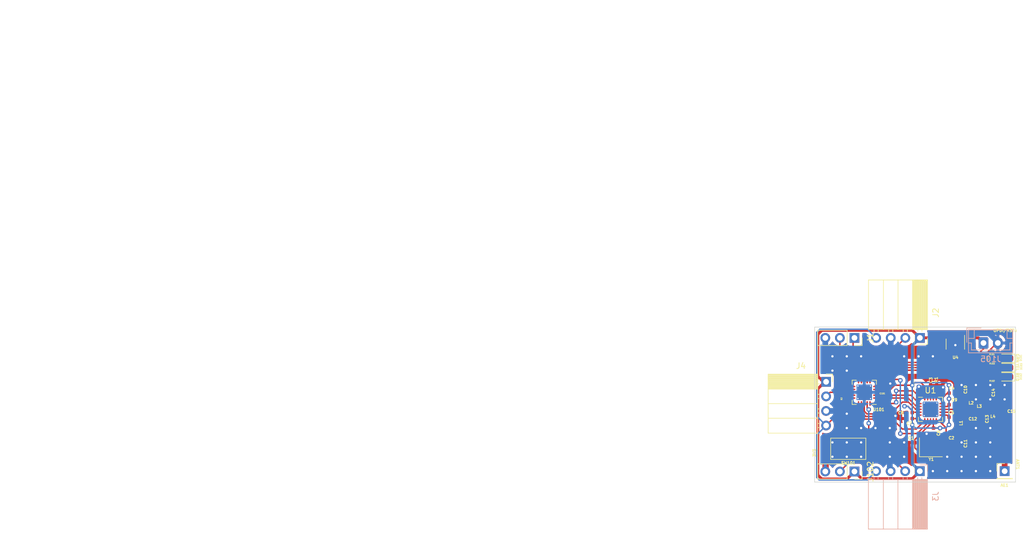
<source format=kicad_pcb>
(kicad_pcb (version 20171130) (host pcbnew 5.1.5+dfsg1-2build2)
  (layers (0 F.Cu signal) (31 B.Cu signal) (34 B.Paste user) (35 F.Paste user) (36 B.SilkS user) (37 F.SilkS user) (38 B.Mask user) (39 F.Mask user) (44 Edge.Cuts user))
  (net 0 "")
  (net 1 "Net-(AE1-Pad1)")
  (net 2 GND)
  (net 3 +3V3)
  (net 4 "Net-(C11-Pad1)")
  (net 5 "Net-(C13-Pad1)")
  (net 6 /Sheet6001F837/Q1)
  (net 7 /Sheet6001F837/Q2)
  (net 8 /Sheet6001F837/RFN)
  (net 9 "Net-(C12-Pad1)")
  (net 10 /Sheet6001F837/RFP)
  (net 11 "Net-(C14-Pad2)")
  (net 12 "Net-(D101-Pad2)")
  (net 13 "Net-(D102-Pad2)")
  (net 14 "Net-(D103-Pad2)")
  (net 15 /Sheet6001F810/RESETn_UPDI)
  (net 16 "Net-(R1-Pad2)")
  (net 17 /Sheet6001F810/RED)
  (net 18 /Sheet6001F810/YELLOW)
  (net 19 /Sheet6001F810/GREEN)
  (net 20 /Sheet6001F810/SCK)
  (net 21 /Sheet6001F810/MISO)
  (net 22 /Sheet6001F810/GDO2)
  (net 23 /Sheet6001F810/GDO0)
  (net 24 /Sheet6001F837/CSn)
  (net 25 /Sheet6001F810/MOSI)
  (net 26 /Sheet5FFE69EF/to_LDR)
  (net 27 /Sheet5FFE69EF/LDR)
  (net 28 /Sheet5FFE69EF/PIR_1)
  (net 29 /Sheet5FFE69EF/PIR_2)
  (net 30 /Sheet6001F810/RXD)
  (net 31 /Sheet6001F810/TXD)
  (net 32 /Sheet5FFE69EF/PIR_3)
  (net 33 /Sheet6001F810/PWR_MONITOR)
  (module Connector_JST:JST_EH_B2B-EH-A_1x02_P2.50mm_Vertical (layer B.Cu) (at 158.81 118.33)
    (fp_text reference J105 (at 1.25 2.8) (layer B.SilkS) (effects (justify mirror)))
    (fp_text value extenal_battery)
    (pad 2 thru_hole oval (at 2.5 0) (size 1.7 2) (drill 1) (layers *.Cu *.Mask) (net 2 GND))
    (pad 1 thru_hole roundrect (at 0 0) (size 1.7 2) (drill 1) (layers *.Cu *.Mask) (roundrect_rratio 0.147059) (net 33 /Sheet6001F810/PWR_MONITOR))
  )
  (module Connector_PinSocket_2.54mm:PinSocket_1x03_P2.54mm_Vertical (layer F.Cu) (at 136.33 140.72 270)
    (fp_text reference J102 (at 0 -2.77 90) (layer F.SilkS))
    (fp_text value Conn_01x03_[UPDI])
    (pad 3 thru_hole oval (at 0 5.08 270) (size 1.7 1.7) (drill 1) (layers *.Cu *.Mask) (net 2 GND))
    (pad 2 thru_hole oval (at 0 2.54 270) (size 1.7 1.7) (drill 1) (layers *.Cu *.Mask) (net 15 /Sheet6001F810/RESETn_UPDI))
    (pad 1 thru_hole rect (at 0 0 270) (size 1.7 1.7) (drill 1) (layers *.Cu *.Mask) (net 3 +3V3))
  )
  (module Connector_PinSocket_2.54mm:PinSocket_1x03_P2.54mm_Vertical (layer F.Cu) (at 136.33 117.44 270)
    (fp_text reference J1 (at 0 -2.77 90) (layer F.SilkS))
    (fp_text value Conn_01x03_[UART])
    (pad 3 thru_hole oval (at 0 5.08 270) (size 1.7 1.7) (drill 1) (layers *.Cu *.Mask) (net 2 GND))
    (pad 2 thru_hole oval (at 0 2.54 270) (size 1.7 1.7) (drill 1) (layers *.Cu *.Mask) (net 31 /Sheet6001F810/TXD))
    (pad 1 thru_hole rect (at 0 0 270) (size 1.7 1.7) (drill 1) (layers *.Cu *.Mask) (net 30 /Sheet6001F810/RXD))
  )
  (module Connector_PinSocket_2.54mm:PinSocket_1x04_P2.54mm_Horizontal (layer F.Cu) (at 131.39 125.09)
    (fp_text reference J4 (at -4.38 -2.77) (layer F.SilkS))
    (fp_text value Conn_01x03_[PIR_3])
    (pad 4 thru_hole oval (at 0 7.62) (size 1.7 1.7) (drill 1) (layers *.Cu *.Mask) (net 27 /Sheet5FFE69EF/LDR))
    (pad 3 thru_hole oval (at 0 5.08) (size 1.7 1.7) (drill 1) (layers *.Cu *.Mask) (net 2 GND))
    (pad 2 thru_hole oval (at 0 2.54) (size 1.7 1.7) (drill 1) (layers *.Cu *.Mask) (net 32 /Sheet5FFE69EF/PIR_3))
    (pad 1 thru_hole rect (at 0 0) (size 1.7 1.7) (drill 1) (layers *.Cu *.Mask) (net 3 +3V3))
  )
  (module Connector_PinSocket_2.54mm:PinSocket_1x04_P2.54mm_Horizontal (layer B.Cu) (at 147.71 140.66 90)
    (fp_text reference J3 (at -4.38 2.77 270) (layer B.SilkS) (effects (justify mirror)))
    (fp_text value Conn_01x03_[PIR_2])
    (pad 4 thru_hole oval (at 0 -7.62 90) (size 1.7 1.7) (drill 1) (layers *.Cu *.Mask) (net 27 /Sheet5FFE69EF/LDR))
    (pad 3 thru_hole oval (at 0 -5.08 90) (size 1.7 1.7) (drill 1) (layers *.Cu *.Mask) (net 2 GND))
    (pad 2 thru_hole oval (at 0 -2.54 90) (size 1.7 1.7) (drill 1) (layers *.Cu *.Mask) (net 29 /Sheet5FFE69EF/PIR_2))
    (pad 1 thru_hole rect (at 0 0 90) (size 1.7 1.7) (drill 1) (layers *.Cu *.Mask) (net 3 +3V3))
  )
  (module Connector_PinSocket_2.54mm:PinSocket_1x04_P2.54mm_Horizontal (layer F.Cu) (at 147.73 117.44 270)
    (fp_text reference J2 (at -4.38 -2.77 90) (layer F.SilkS))
    (fp_text value Conn_01x03_[PIR_1])
    (pad 4 thru_hole oval (at 0 7.62 270) (size 1.7 1.7) (drill 1) (layers *.Cu *.Mask) (net 27 /Sheet5FFE69EF/LDR))
    (pad 3 thru_hole oval (at 0 5.08 270) (size 1.7 1.7) (drill 1) (layers *.Cu *.Mask) (net 2 GND))
    (pad 2 thru_hole oval (at 0 2.54 270) (size 1.7 1.7) (drill 1) (layers *.Cu *.Mask) (net 28 /Sheet5FFE69EF/PIR_1))
    (pad 1 thru_hole rect (at 0 0 270) (size 1.7 1.7) (drill 1) (layers *.Cu *.Mask) (net 3 +3V3))
  )
  (module Resistor_SMD:R_0402_1005Metric (layer F.Cu) (at 134.89 128.03 90)
    (fp_text reference R2 (at -0.02 -0.79 270) (layer F.SilkS) (effects (font (size 0.25 0.25) (thickness 0.0625))))
    (fp_text value 20k)
    (pad 2 smd roundrect (at 0.485 0 90) (size 0.59 0.64) (layers F.Cu F.Paste F.Mask) (net 26 /Sheet5FFE69EF/to_LDR))
    (pad 1 smd roundrect (at -0.485 0 90) (size 0.59 0.64) (layers F.Cu F.Paste F.Mask) (net 27 /Sheet5FFE69EF/LDR))
  )
  (module Resistor_SMD:R_0402_1005Metric (layer F.Cu) (at 160.279 121)
    (fp_text reference R104 (at 0 -0.69 180) (layer F.SilkS) (effects (font (size 0.25 0.25) (thickness 0.0625))))
    (fp_text value 2.2K)
    (pad 2 smd roundrect (at 0.485 0) (size 0.59 0.64) (layers F.Cu F.Paste F.Mask) (net 14 "Net-(D103-Pad2)"))
    (pad 1 smd roundrect (at -0.485 0) (size 0.59 0.64) (layers F.Cu F.Paste F.Mask) (net 19 /Sheet6001F810/GREEN))
  )
  (module Resistor_SMD:R_0402_1005Metric (layer F.Cu) (at 160.274 122.62)
    (fp_text reference R103 (at 0.025 -0.7 180) (layer F.SilkS) (effects (font (size 0.25 0.25) (thickness 0.0625))))
    (fp_text value 2.2K)
    (pad 2 smd roundrect (at 0.485 0) (size 0.59 0.64) (layers F.Cu F.Paste F.Mask) (net 13 "Net-(D102-Pad2)"))
    (pad 1 smd roundrect (at -0.485 0) (size 0.59 0.64) (layers F.Cu F.Paste F.Mask) (net 18 /Sheet6001F810/YELLOW))
  )
  (module Resistor_SMD:R_0402_1005Metric (layer F.Cu) (at 160.294 124.23)
    (fp_text reference R102 (at 0.005 0.71) (layer F.SilkS) (effects (font (size 0.25 0.25) (thickness 0.0625))))
    (fp_text value 2.2K)
    (pad 2 smd roundrect (at 0.485 0) (size 0.59 0.64) (layers F.Cu F.Paste F.Mask) (net 12 "Net-(D101-Pad2)"))
    (pad 1 smd roundrect (at -0.485 0) (size 0.59 0.64) (layers F.Cu F.Paste F.Mask) (net 17 /Sheet6001F810/RED))
  )
  (module Capacitor_SMD:C_0402_1005Metric (layer F.Cu) (at 158.31 120.99)
    (fp_text reference C17 (at 1.19 0 90) (layer F.SilkS) (effects (font (size 0.25 0.25) (thickness 0.0625))))
    (fp_text value "0.1uF, 10V")
    (pad 2 smd roundrect (at 0.485 0) (size 0.59 0.64) (layers F.Cu F.Paste F.Mask) (net 2 GND))
    (pad 1 smd roundrect (at -0.485 0) (size 0.59 0.64) (layers F.Cu F.Paste F.Mask) (net 33 /Sheet6001F810/PWR_MONITOR))
  )
  (module LED_SMD:LED_0603_1608Metric (layer F.Cu) (at 162.769 122.62 180)
    (fp_text reference D102 (at -2.56 -1.55 90) (layer F.SilkS) (effects (font (size 0.3 0.3) (thickness 0.075))))
    (fp_text value YELLOW)
    (pad 1 smd roundrect (at -0.7875 0 180) (size 0.875 0.95) (layers F.Cu F.Paste F.Mask) (net 2 GND))
    (pad 2 smd roundrect (at 0.7875 0 180) (size 0.875 0.95) (layers F.Cu F.Paste F.Mask) (net 13 "Net-(D102-Pad2)"))
  )
  (module LED_SMD:LED_0603_1608Metric (layer F.Cu) (at 162.769 124.23 180)
    (fp_text reference D101 (at -2.55 3.31 90) (layer F.SilkS) (effects (font (size 0.3 0.3) (thickness 0.075))))
    (fp_text value RED)
    (pad 2 smd roundrect (at 0.7875 0 180) (size 0.875 0.95) (layers F.Cu F.Paste F.Mask) (net 12 "Net-(D101-Pad2)"))
    (pad 1 smd roundrect (at -0.7875 0 180) (size 0.875 0.95) (layers F.Cu F.Paste F.Mask) (net 2 GND))
  )
  (module LED_SMD:LED_0603_1608Metric (layer F.Cu) (at 162.769 121 180)
    (fp_text reference D103 (at -2.62 -1.42 90) (layer F.SilkS) (effects (font (size 0.3 0.3) (thickness 0.075))))
    (fp_text value GREEN)
    (pad 2 smd roundrect (at 0.7875 0 180) (size 0.875 0.95) (layers F.Cu F.Paste F.Mask) (net 14 "Net-(D103-Pad2)"))
    (pad 1 smd roundrect (at -0.7875 0 180) (size 0.875 0.95) (layers F.Cu F.Paste F.Mask) (net 2 GND))
  )
  (module Package_TO_SOT_SMD:SOT-23-5 (layer F.Cu) (at 153.91 118.53 270)
    (fp_text reference U4 (at 2.31 -0.021 180) (layer F.SilkS) (effects (font (size 0.5 0.5) (thickness 0.125))))
    (fp_text value AP7351D-30WS-7)
    (pad 5 smd rect (at 1.1 -0.95 270) (size 1.06 0.65) (layers F.Cu F.Paste F.Mask))
    (pad 4 smd rect (at 1.1 0.95 270) (size 1.06 0.65) (layers F.Cu F.Paste F.Mask))
    (pad 3 smd rect (at -1.1 0.95 270) (size 1.06 0.65) (layers F.Cu F.Paste F.Mask) (net 3 +3V3))
    (pad 2 smd rect (at -1.1 0 270) (size 1.06 0.65) (layers F.Cu F.Paste F.Mask) (net 2 GND))
    (pad 1 smd rect (at -1.1 -0.95 270) (size 1.06 0.65) (layers F.Cu F.Paste F.Mask) (net 33 /Sheet6001F810/PWR_MONITOR))
  )
  (module Package_DFN_QFN:QFN-20-1EP_4x4mm_P0.5mm_EP2.7x2.7mm_ThermalVias (layer F.Cu) (at 149.58 129.89)
    (fp_text reference U1 (at 0 -3.3) (layer F.SilkS))
    (fp_text value CC110L)
    (pad 20 smd roundrect (at -1 -1.95) (size 0.25 0.8) (layers F.Cu F.Paste F.Mask) (net 25 /Sheet6001F810/MOSI))
    (pad 19 smd roundrect (at -0.5 -1.95) (size 0.25 0.8) (layers F.Cu F.Paste F.Mask) (net 2 GND))
    (pad 18 smd roundrect (at 0 -1.95) (size 0.25 0.8) (layers F.Cu F.Paste F.Mask) (net 3 +3V3))
    (pad 17 smd roundrect (at 0.5 -1.95) (size 0.25 0.8) (layers F.Cu F.Paste F.Mask) (net 16 "Net-(R1-Pad2)"))
    (pad 16 smd roundrect (at 1 -1.95) (size 0.25 0.8) (layers F.Cu F.Paste F.Mask) (net 2 GND))
    (pad 15 smd roundrect (at 1.95 -1) (size 0.8 0.25) (layers F.Cu F.Paste F.Mask) (net 3 +3V3))
    (pad 14 smd roundrect (at 1.95 -0.5) (size 0.8 0.25) (layers F.Cu F.Paste F.Mask) (net 3 +3V3))
    (pad 13 smd roundrect (at 1.95 0) (size 0.8 0.25) (layers F.Cu F.Paste F.Mask) (net 8 /Sheet6001F837/RFN))
    (pad 12 smd roundrect (at 1.95 0.5) (size 0.8 0.25) (layers F.Cu F.Paste F.Mask) (net 10 /Sheet6001F837/RFP))
    (pad 11 smd roundrect (at 1.95 1) (size 0.8 0.25) (layers F.Cu F.Paste F.Mask) (net 3 +3V3))
    (pad 10 smd roundrect (at 1 1.95) (size 0.25 0.8) (layers F.Cu F.Paste F.Mask) (net 7 /Sheet6001F837/Q2))
    (pad 9 smd roundrect (at 0.5 1.95) (size 0.25 0.8) (layers F.Cu F.Paste F.Mask) (net 3 +3V3))
    (pad 8 smd roundrect (at 0 1.95) (size 0.25 0.8) (layers F.Cu F.Paste F.Mask) (net 6 /Sheet6001F837/Q1))
    (pad 7 smd roundrect (at -0.5 1.95) (size 0.25 0.8) (layers F.Cu F.Paste F.Mask) (net 24 /Sheet6001F837/CSn))
    (pad 6 smd roundrect (at -1 1.95) (size 0.25 0.8) (layers F.Cu F.Paste F.Mask) (net 23 /Sheet6001F810/GDO0))
    (pad 5 smd roundrect (at -1.95 1) (size 0.8 0.25) (layers F.Cu F.Paste F.Mask) (net 3 +3V3))
    (pad 4 smd roundrect (at -1.95 0.5) (size 0.8 0.25) (layers F.Cu F.Paste F.Mask) (net 3 +3V3))
    (pad 3 smd roundrect (at -1.95 0) (size 0.8 0.25) (layers F.Cu F.Paste F.Mask) (net 22 /Sheet6001F810/GDO2))
    (pad 2 smd roundrect (at -1.95 -0.5) (size 0.8 0.25) (layers F.Cu F.Paste F.Mask) (net 21 /Sheet6001F810/MISO))
    (pad 1 smd roundrect (at -1.95 -1) (size 0.8 0.25) (layers F.Cu F.Paste F.Mask) (net 20 /Sheet6001F810/SCK))
    (pad 21 smd roundrect (at 0 0) (size 2.7 2.7) (layers B.Cu) (roundrect_rratio 0.09259299999999999))
    (pad 21 thru_hole circle (at 1.1 1.1) (size 0.5 0.5) (drill 0.2) (layers *.Cu))
    (pad 21 thru_hole circle (at -1.1 1.1) (size 0.5 0.5) (drill 0.2) (layers *.Cu))
    (pad 21 thru_hole circle (at 1.1 -1.1) (size 0.5 0.5) (drill 0.2) (layers *.Cu))
    (pad 21 thru_hole circle (at -1.1 -1.1) (size 0.5 0.5) (drill 0.2) (layers *.Cu))
    (pad 21 smd roundrect (at 0 0) (size 2.7 2.7) (layers F.Cu F.Mask) (roundrect_rratio 0.09259299999999999))
  )
  (module Button_Switch_SMD:SW_SPST_CK_RS282G05A3 (layer F.Cu) (at 135.25 136.76 180)
    (fp_text reference SW101 (at -0.011 -2.48) (layer F.SilkS) (effects (font (size 0.5 0.5) (thickness 0.125))))
    (fp_text value SW_Push)
    (pad 2 smd rect (at 3.9 0 180) (size 1.5 1.5) (layers F.Cu F.Paste F.Mask) (net 2 GND))
    (pad 1 smd rect (at -3.9 0 180) (size 1.5 1.5) (layers F.Cu F.Paste F.Mask) (net 15 /Sheet6001F810/RESETn_UPDI))
  )
  (module Capacitor_SMD:C_0402_1005Metric (layer F.Cu) (at 141.2 125.94 90)
    (fp_text reference C101 (at -1.19 0) (layer F.SilkS) (effects (font (size 0.25 0.25) (thickness 0.0625))))
    (fp_text value "0.1uF, 10V")
    (pad 2 smd roundrect (at 0.485 0 90) (size 0.59 0.64) (layers F.Cu F.Paste F.Mask) (net 2 GND))
    (pad 1 smd roundrect (at -0.485 0 90) (size 0.59 0.64) (layers F.Cu F.Paste F.Mask) (net 3 +3V3))
  )
  (module Connector_PinHeader_2.54mm:PinHeader_1x01_P2.54mm_Vertical (layer F.Cu) (at 162.5 140.66)
    (fp_text reference AE1 (at -0.031 2.45) (layer F.SilkS) (effects (font (size 0.5 0.5) (thickness 0.125))))
    (fp_text value Antenna)
    (pad 1 thru_hole rect (at 0 0) (size 1.7 1.7) (drill 1) (layers *.Cu *.Mask) (net 1 "Net-(AE1-Pad1)"))
  )
  (module Capacitor_SMD:C_0402_1005Metric (layer F.Cu) (at 146.365 135.7 180)
    (fp_text reference C1 (at 0.19 0.8) (layer F.SilkS) (effects (font (size 0.5 0.5) (thickness 0.125))))
    (fp_text value 12pF)
    (pad 2 smd roundrect (at 0.485 0 180) (size 0.59 0.64) (layers F.Cu F.Paste F.Mask) (net 2 GND))
    (pad 1 smd roundrect (at -0.485 0 180) (size 0.59 0.64) (layers F.Cu F.Paste F.Mask) (net 6 /Sheet6001F837/Q1))
  )
  (module Capacitor_SMD:C_0402_1005Metric (layer F.Cu) (at 152.785 135.7)
    (fp_text reference C2 (at 0.44 -0.825) (layer F.SilkS) (effects (font (size 0.5 0.5) (thickness 0.125))))
    (fp_text value 15pF)
    (pad 1 smd roundrect (at -0.485 0) (size 0.59 0.64) (layers F.Cu F.Paste F.Mask) (net 7 /Sheet6001F837/Q2))
    (pad 2 smd roundrect (at 0.485 0) (size 0.59 0.64) (layers F.Cu F.Paste F.Mask) (net 2 GND))
  )
  (module Capacitor_SMD:C_0402_1005Metric (layer F.Cu) (at 149.6 126.215 90)
    (fp_text reference C3 (at 1.415 0.05 90) (layer F.SilkS) (effects (font (size 0.5 0.5) (thickness 0.125))))
    (fp_text value 0.1uF)
    (pad 2 smd roundrect (at 0.485 0 90) (size 0.59 0.64) (layers F.Cu F.Paste F.Mask) (net 2 GND))
    (pad 1 smd roundrect (at -0.485 0 90) (size 0.59 0.64) (layers F.Cu F.Paste F.Mask) (net 3 +3V3))
  )
  (module Capacitor_SMD:C_0402_1005Metric (layer F.Cu) (at 153.3 127.05)
    (fp_text reference C4 (at -0.025 -0.85) (layer F.SilkS) (effects (font (size 0.5 0.5) (thickness 0.125))))
    (fp_text value 0.1uF)
    (pad 2 smd roundrect (at 0.485 0) (size 0.59 0.64) (layers F.Cu F.Paste F.Mask) (net 2 GND))
    (pad 1 smd roundrect (at -0.485 0) (size 0.59 0.64) (layers F.Cu F.Paste F.Mask) (net 3 +3V3))
  )
  (module Capacitor_SMD:C_0402_1005Metric (layer F.Cu) (at 153.3 131.25)
    (fp_text reference C5 (at -0.1 -0.775) (layer F.SilkS) (effects (font (size 0.5 0.5) (thickness 0.125))))
    (fp_text value 0.1uF)
    (pad 1 smd roundrect (at -0.485 0) (size 0.59 0.64) (layers F.Cu F.Paste F.Mask) (net 3 +3V3))
    (pad 2 smd roundrect (at 0.485 0) (size 0.59 0.64) (layers F.Cu F.Paste F.Mask) (net 2 GND))
  )
  (module Capacitor_SMD:C_0402_1005Metric (layer F.Cu) (at 150.1 133.635 270)
    (fp_text reference C6 (at 0.39 -0.875 90) (layer F.SilkS) (effects (font (size 0.5 0.5) (thickness 0.125))))
    (fp_text value 0.1uF)
    (pad 1 smd roundrect (at -0.485 0 270) (size 0.59 0.64) (layers F.Cu F.Paste F.Mask) (net 3 +3V3))
    (pad 2 smd roundrect (at 0.485 0 270) (size 0.59 0.64) (layers F.Cu F.Paste F.Mask) (net 2 GND))
  )
  (module Capacitor_SMD:C_0402_1005Metric (layer F.Cu) (at 145.92 131.5 180)
    (fp_text reference C7 (at 0.05 -0.85) (layer F.SilkS) (effects (font (size 0.5 0.5) (thickness 0.125))))
    (fp_text value 0.1uF)
    (pad 2 smd roundrect (at 0.485 0 180) (size 0.59 0.64) (layers F.Cu F.Paste F.Mask) (net 2 GND))
    (pad 1 smd roundrect (at -0.485 0 180) (size 0.59 0.64) (layers F.Cu F.Paste F.Mask) (net 3 +3V3))
  )
  (module Capacitor_SMD:C_0402_1005Metric (layer F.Cu) (at 145.915 130.45 180)
    (fp_text reference C8 (at 1.49 -0.075) (layer F.SilkS) (effects (font (size 0.5 0.5) (thickness 0.125))))
    (fp_text value 0.1uF)
    (pad 2 smd roundrect (at 0.485 0 180) (size 0.59 0.64) (layers F.Cu F.Paste F.Mask) (net 2 GND))
    (pad 1 smd roundrect (at -0.485 0 180) (size 0.59 0.64) (layers F.Cu F.Paste F.Mask) (net 3 +3V3))
  )
  (module Capacitor_SMD:C_0402_1005Metric (layer F.Cu) (at 153.3 129.1)
    (fp_text reference C9 (at 0.45 -0.85) (layer F.SilkS) (effects (font (size 0.5 0.5) (thickness 0.125))))
    (fp_text value 0.1uF)
    (pad 2 smd roundrect (at 0.485 0) (size 0.59 0.64) (layers F.Cu F.Paste F.Mask) (net 2 GND))
    (pad 1 smd roundrect (at -0.485 0) (size 0.59 0.64) (layers F.Cu F.Paste F.Mask) (net 3 +3V3))
  )
  (module Capacitor_SMD:C_0402_1005Metric (layer F.Cu) (at 155.7 128.175 270)
    (fp_text reference C10 (at -1.725 0.025 90) (layer F.SilkS) (effects (font (size 0.5 0.5) (thickness 0.125))))
    (fp_text value 3.9pF)
    (pad 1 smd roundrect (at -0.485 0 270) (size 0.59 0.64) (layers F.Cu F.Paste F.Mask) (net 2 GND))
    (pad 2 smd roundrect (at 0.485 0 270) (size 0.59 0.64) (layers F.Cu F.Paste F.Mask) (net 8 /Sheet6001F837/RFN))
  )
  (module Capacitor_SMD:C_0402_1005Metric (layer F.Cu) (at 155.7 134.15 270)
    (fp_text reference C11 (at 1.7 0.025 90) (layer F.SilkS) (effects (font (size 0.5 0.5) (thickness 0.125))))
    (fp_text value 220pF)
    (pad 2 smd roundrect (at 0.485 0 270) (size 0.59 0.64) (layers F.Cu F.Paste F.Mask) (net 2 GND))
    (pad 1 smd roundrect (at -0.485 0 270) (size 0.59 0.64) (layers F.Cu F.Paste F.Mask) (net 4 "Net-(C11-Pad1)"))
  )
  (module Capacitor_SMD:C_0402_1005Metric (layer F.Cu) (at 156.16 130.66 180)
    (fp_text reference C12 (at -0.79 -0.89 180) (layer F.SilkS) (effects (font (size 0.5 0.5) (thickness 0.125))))
    (fp_text value 3.9pF)
    (pad 1 smd roundrect (at -0.485 0 180) (size 0.59 0.64) (layers F.Cu F.Paste F.Mask) (net 9 "Net-(C12-Pad1)"))
    (pad 2 smd roundrect (at 0.485 0 180) (size 0.59 0.64) (layers F.Cu F.Paste F.Mask) (net 10 /Sheet6001F837/RFP))
  )
  (module Capacitor_SMD:C_0402_1005Metric (layer F.Cu) (at 158.56 131.68 270)
    (fp_text reference C13 (at -0.105 -0.865 90) (layer F.SilkS) (effects (font (size 0.5 0.5) (thickness 0.125))))
    (fp_text value 8.2pF)
    (pad 1 smd roundrect (at -0.485 0 270) (size 0.59 0.64) (layers F.Cu F.Paste F.Mask) (net 5 "Net-(C13-Pad1)"))
    (pad 2 smd roundrect (at 0.485 0 270) (size 0.59 0.64) (layers F.Cu F.Paste F.Mask) (net 2 GND))
  )
  (module Capacitor_SMD:C_0402_1005Metric (layer F.Cu) (at 160.52 128.74 270)
    (fp_text reference C14 (at -1.765 -0.005 90) (layer F.SilkS) (effects (font (size 0.5 0.5) (thickness 0.125))))
    (fp_text value 5.6pF)
    (pad 2 smd roundrect (at 0.485 0 270) (size 0.59 0.64) (layers F.Cu F.Paste F.Mask) (net 11 "Net-(C14-Pad2)"))
    (pad 1 smd roundrect (at -0.485 0 270) (size 0.59 0.64) (layers F.Cu F.Paste F.Mask) (net 2 GND))
  )
  (module Capacitor_SMD:C_0402_1005Metric (layer F.Cu) (at 162.02 130.2)
    (fp_text reference C15 (at 1.68 0.025) (layer F.SilkS) (effects (font (size 0.5 0.5) (thickness 0.125))))
    (fp_text value 220pF)
    (pad 2 smd roundrect (at 0.485 0) (size 0.59 0.64) (layers F.Cu F.Paste F.Mask) (net 1 "Net-(AE1-Pad1)"))
    (pad 1 smd roundrect (at -0.485 0) (size 0.59 0.64) (layers F.Cu F.Paste F.Mask) (net 11 "Net-(C14-Pad2)"))
  )
  (module Inductor_SMD:L_0402_1005Metric (layer F.Cu) (at 155.7 132.2 90)
    (fp_text reference L1 (at -0.075 -0.8 90) (layer F.SilkS) (effects (font (size 0.5 0.5) (thickness 0.125))))
    (fp_text value 27nH)
    (pad 1 smd roundrect (at -0.485 0 90) (size 0.59 0.64) (layers F.Cu F.Paste F.Mask) (net 4 "Net-(C11-Pad1)"))
    (pad 2 smd roundrect (at 0.485 0 90) (size 0.59 0.64) (layers F.Cu F.Paste F.Mask) (net 10 /Sheet6001F837/RFP))
  )
  (module Inductor_SMD:L_0402_1005Metric (layer F.Cu) (at 156.16 129.65)
    (fp_text reference L2 (at 0.49 -0.875 180) (layer F.SilkS) (effects (font (size 0.5 0.5) (thickness 0.125))))
    (fp_text value 27nH)
    (pad 2 smd roundrect (at 0.485 0) (size 0.59 0.64) (layers F.Cu F.Paste F.Mask) (net 9 "Net-(C12-Pad1)"))
    (pad 1 smd roundrect (at -0.485 0) (size 0.59 0.64) (layers F.Cu F.Paste F.Mask) (net 8 /Sheet6001F837/RFN))
  )
  (module Inductor_SMD:L_0402_1005Metric (layer F.Cu) (at 158.09 130.2 180)
    (fp_text reference L3 (at 0.015 0.85) (layer F.SilkS) (effects (font (size 0.5 0.5) (thickness 0.125))))
    (fp_text value 22nH)
    (pad 1 smd roundrect (at -0.485 0 180) (size 0.59 0.64) (layers F.Cu F.Paste F.Mask) (net 5 "Net-(C13-Pad1)"))
    (pad 2 smd roundrect (at 0.485 0 180) (size 0.59 0.64) (layers F.Cu F.Paste F.Mask) (net 9 "Net-(C12-Pad1)"))
  )
  (module Inductor_SMD:L_0402_1005Metric (layer F.Cu) (at 160.05 130.2 180)
    (fp_text reference L4 (at -0.4 -0.925) (layer F.SilkS) (effects (font (size 0.5 0.5) (thickness 0.125))))
    (fp_text value 27nH)
    (pad 2 smd roundrect (at 0.485 0 180) (size 0.59 0.64) (layers F.Cu F.Paste F.Mask) (net 5 "Net-(C13-Pad1)"))
    (pad 1 smd roundrect (at -0.485 0 180) (size 0.59 0.64) (layers F.Cu F.Paste F.Mask) (net 11 "Net-(C14-Pad2)"))
  )
  (module Crystal:Crystal_SMD_3225-4Pin_3.2x2.5mm (layer F.Cu) (at 149.65 136.5)
    (fp_text reference Y1 (at 0.05 2.1) (layer F.SilkS) (effects (font (size 0.5 0.5) (thickness 0.125))))
    (fp_text value "26MHz Crystal, 10pF")
    (pad 1 smd rect (at -1.1 0.85) (size 1.4 1.2) (layers F.Cu F.Paste F.Mask) (net 6 /Sheet6001F837/Q1))
    (pad 2 smd rect (at 1.1 0.85) (size 1.4 1.2) (layers F.Cu F.Paste F.Mask) (net 2 GND))
    (pad 3 smd rect (at 1.1 -0.85) (size 1.4 1.2) (layers F.Cu F.Paste F.Mask) (net 7 /Sheet6001F837/Q2))
    (pad 4 smd rect (at -1.1 -0.85) (size 1.4 1.2) (layers F.Cu F.Paste F.Mask) (net 2 GND))
  )
  (module Resistor_SMD:R_0402_1005Metric (layer F.Cu) (at 150.65 126.2 270)
    (fp_text reference R1 (at -1.475 0.075 90) (layer F.SilkS) (effects (font (size 0.5 0.5) (thickness 0.125))))
    (fp_text value 56K)
    (pad 1 smd roundrect (at -0.485 0 270) (size 0.59 0.64) (layers F.Cu F.Paste F.Mask) (net 2 GND))
    (pad 2 smd roundrect (at 0.485 0 270) (size 0.59 0.64) (layers F.Cu F.Paste F.Mask) (net 16 "Net-(R1-Pad2)"))
  )
  (module Package_DFN_QFN:QFN-20-1EP_4x4mm_P0.5mm_EP2.7x2.7mm_ThermalVias (layer F.Cu) (at 138.04 126.92 180)
    (fp_text reference U101 (at -2.51 -3.005) (layer F.SilkS) (effects (font (size 0.5 0.5) (thickness 0.125))))
    (fp_text value ATtiny1606-M)
    (pad 21 smd rect (at 0 0 180) (size 2.7 2.7) (layers B.Cu) (net 2 GND))
    (pad 21 thru_hole circle (at 1.1 1.1 180) (size 0.5 0.5) (drill 0.2) (layers *.Cu) (net 2 GND))
    (pad 21 thru_hole circle (at -1.1 1.1 180) (size 0.5 0.5) (drill 0.2) (layers *.Cu) (net 2 GND))
    (pad 21 thru_hole circle (at 1.1 -1.1 180) (size 0.5 0.5) (drill 0.2) (layers *.Cu) (net 2 GND))
    (pad 21 thru_hole circle (at -1.1 -1.1 180) (size 0.5 0.5) (drill 0.2) (layers *.Cu) (net 2 GND))
    (pad 21 smd rect (at 0 0 180) (size 2.7 2.7) (layers F.Cu F.Mask) (net 2 GND))
    (pad 20 smd roundrect (at -1 -1.95 180) (size 0.25 0.8) (layers F.Cu F.Paste F.Mask) (net 25 /Sheet6001F810/MOSI))
    (pad 19 smd roundrect (at -0.5 -1.95 180) (size 0.25 0.8) (layers F.Cu F.Paste F.Mask) (net 15 /Sheet6001F810/RESETn_UPDI))
    (pad 18 smd roundrect (at 0 -1.95 180) (size 0.25 0.8) (layers F.Cu F.Paste F.Mask) (net 22 /Sheet6001F810/GDO2))
    (pad 17 smd roundrect (at 0.5 -1.95 180) (size 0.25 0.8) (layers F.Cu F.Paste F.Mask) (net 23 /Sheet6001F810/GDO0))
    (pad 16 smd roundrect (at 1 -1.95 180) (size 0.25 0.8) (layers F.Cu F.Paste F.Mask) (net 29 /Sheet5FFE69EF/PIR_2))
    (pad 15 smd roundrect (at 1.95 -1 180) (size 0.8 0.25) (layers F.Cu F.Paste F.Mask) (net 27 /Sheet5FFE69EF/LDR))
    (pad 14 smd roundrect (at 1.95 -0.5 180) (size 0.8 0.25) (layers F.Cu F.Paste F.Mask) (net 26 /Sheet5FFE69EF/to_LDR))
    (pad 13 smd roundrect (at 1.95 0 180) (size 0.8 0.25) (layers F.Cu F.Paste F.Mask) (net 32 /Sheet5FFE69EF/PIR_3))
    (pad 12 smd roundrect (at 1.95 0.5 180) (size 0.8 0.25) (layers F.Cu F.Paste F.Mask) (net 31 /Sheet6001F810/TXD))
    (pad 11 smd roundrect (at 1.95 1 180) (size 0.8 0.25) (layers F.Cu F.Paste F.Mask) (net 30 /Sheet6001F810/RXD))
    (pad 10 smd roundrect (at 1 1.95 180) (size 0.25 0.8) (layers F.Cu F.Paste F.Mask) (net 28 /Sheet5FFE69EF/PIR_1))
    (pad 9 smd roundrect (at 0.5 1.95 180) (size 0.25 0.8) (layers F.Cu F.Paste F.Mask) (net 33 /Sheet6001F810/PWR_MONITOR))
    (pad 8 smd roundrect (at 0 1.95 180) (size 0.25 0.8) (layers F.Cu F.Paste F.Mask) (net 19 /Sheet6001F810/GREEN))
    (pad 7 smd roundrect (at -0.5 1.95 180) (size 0.25 0.8) (layers F.Cu F.Paste F.Mask) (net 18 /Sheet6001F810/YELLOW))
    (pad 6 smd roundrect (at -1 1.95 180) (size 0.25 0.8) (layers F.Cu F.Paste F.Mask) (net 17 /Sheet6001F810/RED))
    (pad 5 smd roundrect (at -1.95 1 180) (size 0.8 0.25) (layers F.Cu F.Paste F.Mask) (net 24 /Sheet6001F837/CSn))
    (pad 4 smd roundrect (at -1.95 0.5 180) (size 0.8 0.25) (layers F.Cu F.Paste F.Mask) (net 3 +3V3))
    (pad 3 smd roundrect (at -1.95 0 180) (size 0.8 0.25) (layers F.Cu F.Paste F.Mask) (net 2 GND))
    (pad 2 smd roundrect (at -1.95 -0.5 180) (size 0.8 0.25) (layers F.Cu F.Paste F.Mask) (net 20 /Sheet6001F810/SCK))
    (pad 1 smd roundrect (at -1.95 -1 180) (size 0.8 0.25) (layers F.Cu F.Paste F.Mask) (net 21 /Sheet6001F810/MISO))
  )
  (gr_line (start 129.92 142.05) (end 129.92 116.11) (layer F.SilkS) (width 0.12))
  (gr_line (start 164.389 115.56) (end 164.389 142.56) (layer Edge.Cuts) (width 0.1))
  (gr_line (start 129.389 115.56) (end 164.389 115.56) (layer Edge.Cuts) (width 0.1))
  (gr_line (start 129.389 142.56) (end 129.389 115.56) (layer Edge.Cuts) (width 0.1))
  (gr_line (start 164.389 142.56) (end 129.389 142.56) (layer Edge.Cuts) (width 0.1))
  (gr_line (start 146.729 116.59) (end 146.729 141.02) (layer F.SilkS) (width 0.05))
  (gr_text GRN (at 164.719 120.98 270) (layer F.SilkS) (effects (font (size 0.5 0.5) (thickness 0.125))))
  (gr_text YEL (at 164.719 122.54 270) (layer F.SilkS) (effects (font (size 0.5 0.5) (thickness 0.125))))
  (gr_text RED (at 164.699 124.25 270) (layer F.SilkS) (effects (font (size 0.5 0.5) (thickness 0.125))))
  (gr_text ANT1 (at 164.759 139.48 270) (layer F.SilkS) (effects (font (size 0.5 0.5) (thickness 0.125))))
  (gr_text 3V3 (at 129.35 137.47 90) (layer F.SilkS) (effects (font (size 0.5 0.5) (thickness 0.125))))
  (gr_text UPDI/RSTn (at 162.589 116.15) (layer F.SilkS) (effects (font (size 0.5 0.5) (thickness 0.125))))
  (segment (start 162.5 140.66) (end 162.5 131.23) (width 1) (layer F.Cu) (net 1))
  (segment (start 162.505 131.225) (end 162.505 130.2) (width 0.5) (layer F.Cu) (net 1))
  (segment (start 162.5 131.23) (end 162.505 131.225) (width 0.5) (layer F.Cu) (net 1))
  (via (at 148.9 134.15) (size 0.8) (drill 0.4) (layers F.Cu B.Cu) (net 2))
  (segment (start 150.575001 127.945001) (end 150.575001 127.924999) (width 0.25) (layer F.Cu) (net 2))
  (segment (start 139.99 126.92) (end 138.04 126.92) (width 0.25) (layer F.Cu) (net 2))
  (segment (start 138.04 126.92) (end 136.94 128.02) (width 0.25) (layer F.Cu) (net 2))
  (via (at 142.57 125.4) (size 0.8) (drill 0.4) (layers F.Cu B.Cu) (net 2))
  (segment (start 141.2 125.455) (end 142.515 125.455) (width 0.25) (layer F.Cu) (net 2))
  (segment (start 142.515 125.455) (end 142.57 125.4) (width 0.25) (layer F.Cu) (net 2))
  (via (at 143.46 131.02) (size 0.8) (drill 0.4) (layers F.Cu B.Cu) (net 2))
  (via (at 147.55 125.95) (size 0.8) (drill 0.4) (layers F.Cu B.Cu) (net 2))
  (segment (start 147.861768 125.95) (end 147.55 125.95) (width 0.25) (layer F.Cu) (net 2))
  (segment (start 149.08 127.168232) (end 147.861768 125.95) (width 0.25) (layer F.Cu) (net 2))
  (segment (start 149.08 127.94) (end 149.08 127.168232) (width 0.25) (layer F.Cu) (net 2))
  (via (at 151.77 126.06) (size 0.8) (drill 0.4) (layers F.Cu B.Cu) (net 2))
  (segment (start 151.77 126.75) (end 151.77 126.06) (width 0.25) (layer F.Cu) (net 2))
  (segment (start 150.58 127.94) (end 151.77 126.75) (width 0.25) (layer F.Cu) (net 2))
  (segment (start 151.66 125.95) (end 151.77 126.06) (width 0.5) (layer B.Cu) (net 2))
  (segment (start 147.55 125.95) (end 151.66 125.95) (width 0.5) (layer B.Cu) (net 2))
  (segment (start 148.55 134.5) (end 148.9 134.15) (width 0.5) (layer F.Cu) (net 2))
  (segment (start 148.55 135.65) (end 148.55 134.5) (width 0.5) (layer F.Cu) (net 2))
  (via (at 159.99 140.65) (size 0.8) (drill 0.4) (layers F.Cu B.Cu) (net 2))
  (via (at 153.91 118.7) (size 0.8) (drill 0.4) (layers F.Cu B.Cu) (net 2))
  (segment (start 153.785 126.73) (end 153.785 127.05) (width 0.5) (layer F.Cu) (net 2))
  (segment (start 153.785 125.416846) (end 153.785 126.73) (width 0.5) (layer F.Cu) (net 2))
  (segment (start 153.20795 124.839796) (end 153.785 125.416846) (width 0.5) (layer F.Cu) (net 2))
  (segment (start 152.391948 124.839796) (end 153.20795 124.839796) (width 0.5) (layer F.Cu) (net 2))
  (segment (start 151.77 125.461744) (end 152.391948 124.839796) (width 0.5) (layer F.Cu) (net 2))
  (segment (start 151.77 126.06) (end 151.77 125.461744) (width 0.5) (layer F.Cu) (net 2))
  (segment (start 153.91 117.43) (end 153.91 116.4) (width 0.5) (layer F.Cu) (net 2))
  (segment (start 153.91 118.7) (end 153.91 117.43) (width 0.5) (layer F.Cu) (net 2))
  (segment (start 161.135 118.33) (end 161.31 118.33) (width 0.25) (layer F.Cu) (net 2))
  (segment (start 158.795 120.67) (end 161.135 118.33) (width 0.25) (layer F.Cu) (net 2))
  (segment (start 158.795 120.99) (end 158.795 120.67) (width 0.25) (layer F.Cu) (net 2))
  (segment (start 142.65 117.44) (end 142.65 118.642081) (width 1) (layer B.Cu) (net 2))
  (segment (start 144.03 130.45) (end 143.46 131.02) (width 0.5) (layer F.Cu) (net 2))
  (segment (start 145.43 130.45) (end 144.03 130.45) (width 0.5) (layer F.Cu) (net 2))
  (segment (start 143.94 131.5) (end 143.46 131.02) (width 0.5) (layer F.Cu) (net 2))
  (segment (start 145.435 131.5) (end 143.94 131.5) (width 0.5) (layer F.Cu) (net 2))
  (via (at 157.49 140.65) (size 0.8) (drill 0.4) (layers F.Cu B.Cu) (net 2))
  (via (at 154.99 140.65) (size 0.8) (drill 0.4) (layers F.Cu B.Cu) (net 2))
  (via (at 152.49 140.65) (size 0.8) (drill 0.4) (layers F.Cu B.Cu) (net 2))
  (via (at 149.99 140.65) (size 0.8) (drill 0.4) (layers F.Cu B.Cu) (net 2))
  (via (at 152.49 138.15) (size 0.8) (drill 0.4) (layers F.Cu B.Cu) (net 2))
  (via (at 154.99 138.15) (size 0.8) (drill 0.4) (layers F.Cu B.Cu) (net 2))
  (via (at 157.49 138.15) (size 0.8) (drill 0.4) (layers F.Cu B.Cu) (net 2))
  (via (at 159.99 138.15) (size 0.8) (drill 0.4) (layers F.Cu B.Cu) (net 2))
  (via (at 159.99 135.65) (size 0.8) (drill 0.4) (layers F.Cu B.Cu) (net 2))
  (via (at 157.49 135.65) (size 0.8) (drill 0.4) (layers F.Cu B.Cu) (net 2))
  (via (at 154.99 135.65) (size 0.8) (drill 0.4) (layers F.Cu B.Cu) (net 2))
  (via (at 157.49 133.15) (size 0.8) (drill 0.4) (layers F.Cu B.Cu) (net 2))
  (via (at 159.99 133.15) (size 0.8) (drill 0.4) (layers F.Cu B.Cu) (net 2))
  (via (at 162.49 128.15) (size 0.8) (drill 0.4) (layers F.Cu B.Cu) (net 2))
  (via (at 162.49 125.65) (size 0.8) (drill 0.4) (layers F.Cu B.Cu) (net 2))
  (via (at 159.99 125.65) (size 0.8) (drill 0.4) (layers F.Cu B.Cu) (net 2))
  (via (at 157.49 125.65) (size 0.8) (drill 0.4) (layers F.Cu B.Cu) (net 2))
  (via (at 157.49 128.15) (size 0.8) (drill 0.4) (layers F.Cu B.Cu) (net 2))
  (via (at 154.99 125.65) (size 0.8) (drill 0.4) (layers F.Cu B.Cu) (net 2))
  (via (at 142.49 138.15) (size 0.8) (drill 0.4) (layers F.Cu B.Cu) (net 2))
  (via (at 137.49 138.15) (size 0.8) (drill 0.4) (layers F.Cu B.Cu) (net 2))
  (via (at 134.99 138.15) (size 0.8) (drill 0.4) (layers F.Cu B.Cu) (net 2))
  (via (at 132.49 138.15) (size 0.8) (drill 0.4) (layers F.Cu B.Cu) (net 2))
  (via (at 132.49 135.65) (size 0.8) (drill 0.4) (layers F.Cu B.Cu) (net 2))
  (via (at 134.99 135.65) (size 0.8) (drill 0.4) (layers F.Cu B.Cu) (net 2))
  (via (at 134.99 133.15) (size 0.8) (drill 0.4) (layers F.Cu B.Cu) (net 2))
  (via (at 137.49 133.15) (size 0.8) (drill 0.4) (layers F.Cu B.Cu) (net 2))
  (via (at 137.49 135.65) (size 0.8) (drill 0.4) (layers F.Cu B.Cu) (net 2))
  (via (at 134.99 130.65) (size 0.8) (drill 0.4) (layers F.Cu B.Cu) (net 2))
  (via (at 132.49 123.15) (size 0.8) (drill 0.4) (layers F.Cu B.Cu) (net 2))
  (via (at 132.49 120.65) (size 0.8) (drill 0.4) (layers F.Cu B.Cu) (net 2))
  (via (at 134.99 120.65) (size 0.8) (drill 0.4) (layers F.Cu B.Cu) (net 2))
  (via (at 134.99 123.15) (size 0.8) (drill 0.4) (layers F.Cu B.Cu) (net 2))
  (via (at 137.49 120.65) (size 0.8) (drill 0.4) (layers F.Cu B.Cu) (net 2))
  (via (at 144.99 120.65) (size 0.8) (drill 0.4) (layers F.Cu B.Cu) (net 2))
  (via (at 147.49 120.65) (size 0.8) (drill 0.4) (layers F.Cu B.Cu) (net 2))
  (via (at 149.99 120.65) (size 0.8) (drill 0.4) (layers F.Cu B.Cu) (net 2))
  (via (at 159.99 128.15) (size 0.8) (drill 0.4) (layers F.Cu B.Cu) (net 2))
  (segment (start 132.49 137.9) (end 131.35 136.76) (width 1) (layer F.Cu) (net 2))
  (segment (start 132.49 138.15) (end 132.49 137.9) (width 1) (layer F.Cu) (net 2))
  (segment (start 131.38 136.76) (end 132.49 135.65) (width 1) (layer F.Cu) (net 2))
  (segment (start 131.35 136.76) (end 131.38 136.76) (width 1) (layer F.Cu) (net 2))
  (segment (start 142.49 140.52) (end 142.63 140.66) (width 1) (layer B.Cu) (net 2))
  (segment (start 142.49 138.15) (end 142.49 140.52) (width 1) (layer B.Cu) (net 2))
  (segment (start 131.25 139.39) (end 132.49 138.15) (width 1) (layer F.Cu) (net 2))
  (segment (start 131.25 140.72) (end 131.25 139.39) (width 1) (layer F.Cu) (net 2))
  (segment (start 131.35 140.62) (end 131.25 140.72) (width 1) (layer F.Cu) (net 2))
  (segment (start 131.35 136.76) (end 131.35 140.62) (width 1) (layer F.Cu) (net 2))
  (segment (start 131.25 119.41) (end 132.49 120.65) (width 1) (layer B.Cu) (net 2))
  (segment (start 131.25 117.44) (end 131.25 119.41) (width 1) (layer B.Cu) (net 2))
  (segment (start 154.309999 118.300001) (end 153.91 118.7) (width 1) (layer B.Cu) (net 2))
  (segment (start 155.98001 116.62999) (end 154.309999 118.300001) (width 1) (layer B.Cu) (net 2))
  (segment (start 159.80351 116.62999) (end 155.98001 116.62999) (width 1) (layer B.Cu) (net 2))
  (segment (start 161.31 118.13648) (end 159.80351 116.62999) (width 1) (layer B.Cu) (net 2))
  (segment (start 161.31 118.33) (end 161.31 118.13648) (width 1) (layer B.Cu) (net 2))
  (via (at 142.49 133.15) (size 0.8) (drill 0.4) (layers F.Cu B.Cu) (net 2))
  (via (at 142.49 135.65) (size 0.8) (drill 0.4) (layers F.Cu B.Cu) (net 2))
  (via (at 139.99 133.15) (size 0.8) (drill 0.4) (layers F.Cu B.Cu) (net 2))
  (via (at 144.99 138.15) (size 0.8) (drill 0.4) (layers F.Cu B.Cu) (net 2))
  (via (at 144.99 135.65) (size 0.8) (drill 0.4) (layers F.Cu B.Cu) (net 2))
  (segment (start 145.04 135.7) (end 144.99 135.65) (width 0.25) (layer F.Cu) (net 2))
  (segment (start 145.88 135.7) (end 145.04 135.7) (width 0.25) (layer F.Cu) (net 2))
  (segment (start 134.51 130.17) (end 134.99 130.65) (width 1) (layer B.Cu) (net 2))
  (segment (start 131.39 130.17) (end 134.51 130.17) (width 1) (layer B.Cu) (net 2))
  (segment (start 147.620002 130.4) (end 147.625001 130.395001) (width 0.25) (layer F.Cu) (net 3))
  (segment (start 150.075001 133.125001) (end 150.1 133.15) (width 0.25) (layer F.Cu) (net 3))
  (segment (start 150.075001 131.845001) (end 150.075001 133.125001) (width 0.25) (layer F.Cu) (net 3))
  (segment (start 152.460001 130.895001) (end 152.815 131.25) (width 0.25) (layer F.Cu) (net 3))
  (segment (start 151.525001 130.895001) (end 152.460001 130.895001) (width 0.25) (layer F.Cu) (net 3))
  (segment (start 152.519999 129.395001) (end 152.815 129.1) (width 0.25) (layer F.Cu) (net 3))
  (segment (start 151.525001 129.395001) (end 152.519999 129.395001) (width 0.25) (layer F.Cu) (net 3))
  (segment (start 152.52 127.05) (end 152.815 127.05) (width 0.25) (layer F.Cu) (net 3))
  (segment (start 151.525001 128.044999) (end 152.52 127.05) (width 0.25) (layer F.Cu) (net 3))
  (segment (start 151.525001 128.895001) (end 151.525001 128.044999) (width 0.25) (layer F.Cu) (net 3))
  (segment (start 149.575001 126.724999) (end 149.6 126.7) (width 0.25) (layer F.Cu) (net 3))
  (via (at 152.8 132.589) (size 0.8) (drill 0.4) (layers F.Cu B.Cu) (net 3))
  (via (at 152.8 128.05) (size 0.8) (drill 0.4) (layers F.Cu B.Cu) (net 3))
  (segment (start 152.815 128.065) (end 152.8 128.05) (width 0.25) (layer F.Cu) (net 3))
  (segment (start 152.815 129.1) (end 152.815 128.065) (width 0.25) (layer F.Cu) (net 3))
  (via (at 151.25 133.15) (size 0.8) (drill 0.4) (layers F.Cu B.Cu) (net 3))
  (segment (start 150.1 133.15) (end 151.25 133.15) (width 0.25) (layer F.Cu) (net 3))
  (segment (start 146.454999 130.395001) (end 146.4 130.45) (width 0.25) (layer F.Cu) (net 3))
  (segment (start 147.625001 130.395001) (end 146.454999 130.395001) (width 0.25) (layer F.Cu) (net 3))
  (segment (start 139.995 126.425) (end 139.99 126.42) (width 0.25) (layer F.Cu) (net 3))
  (segment (start 141.2 126.425) (end 139.995 126.425) (width 0.25) (layer F.Cu) (net 3))
  (segment (start 147.020002 131.5) (end 147.625001 130.895001) (width 0.25) (layer F.Cu) (net 3))
  (segment (start 146.405 131.5) (end 147.020002 131.5) (width 0.25) (layer F.Cu) (net 3))
  (via (at 146.4 132.6) (size 0.8) (drill 0.4) (layers F.Cu B.Cu) (net 3))
  (segment (start 146.405 131.5) (end 146.405 132.595) (width 0.25) (layer F.Cu) (net 3))
  (segment (start 146.405 132.595) (end 146.4 132.6) (width 0.25) (layer F.Cu) (net 3))
  (segment (start 146.95 133.15) (end 151.25 133.15) (width 0.25) (layer B.Cu) (net 3))
  (segment (start 146.4 132.6) (end 146.95 133.15) (width 0.25) (layer B.Cu) (net 3))
  (segment (start 149.58 126.72) (end 149.6 126.7) (width 0.25) (layer F.Cu) (net 3))
  (segment (start 149.58 127.94) (end 149.58 126.72) (width 0.25) (layer F.Cu) (net 3))
  (segment (start 152.8 132.35) (end 152.8 128.05) (width 0.25) (layer B.Cu) (net 3))
  (via (at 152.799949 125.689797) (size 0.8) (drill 0.4) (layers F.Cu B.Cu) (net 3))
  (segment (start 152.8 125.689848) (end 152.799949 125.689797) (width 0.25) (layer B.Cu) (net 3))
  (segment (start 152.8 128.05) (end 152.8 125.689848) (width 0.25) (layer B.Cu) (net 3))
  (segment (start 152.799949 127.034949) (end 152.815 127.05) (width 0.25) (layer F.Cu) (net 3))
  (segment (start 152.799949 125.689797) (end 152.799949 127.034949) (width 0.25) (layer F.Cu) (net 3))
  (via (at 146.4 125.689) (size 0.8) (drill 0.4) (layers F.Cu B.Cu) (net 3))
  (segment (start 152.39995 125.289798) (end 152.799949 125.689797) (width 0.25) (layer B.Cu) (net 3))
  (segment (start 152.335151 125.224999) (end 152.39995 125.289798) (width 0.25) (layer B.Cu) (net 3))
  (segment (start 146.864001 125.224999) (end 152.335151 125.224999) (width 0.25) (layer B.Cu) (net 3))
  (segment (start 146.4 125.689) (end 146.864001 125.224999) (width 0.25) (layer B.Cu) (net 3))
  (segment (start 146.4 125.689) (end 146.4 132.6) (width 0.25) (layer B.Cu) (net 3))
  (segment (start 149.581768 126.7) (end 149.6 126.7) (width 0.25) (layer F.Cu) (net 3))
  (segment (start 146.799999 125.289001) (end 146.4 125.689) (width 0.25) (layer F.Cu) (net 3))
  (segment (start 146.864001 125.224999) (end 146.799999 125.289001) (width 0.25) (layer F.Cu) (net 3))
  (segment (start 147.898001 125.224999) (end 146.864001 125.224999) (width 0.25) (layer F.Cu) (net 3))
  (segment (start 149.373002 126.7) (end 147.898001 125.224999) (width 0.25) (layer F.Cu) (net 3))
  (segment (start 149.6 126.7) (end 149.373002 126.7) (width 0.25) (layer F.Cu) (net 3))
  (segment (start 145.834315 125.689) (end 146.4 125.689) (width 0.25) (layer F.Cu) (net 3))
  (segment (start 142.618002 126.425) (end 143.354002 125.689) (width 0.25) (layer F.Cu) (net 3))
  (segment (start 143.354002 125.689) (end 145.834315 125.689) (width 0.25) (layer F.Cu) (net 3))
  (segment (start 141.2 126.425) (end 142.618002 126.425) (width 0.25) (layer F.Cu) (net 3))
  (segment (start 146.4 130.45) (end 146.4 130.13) (width 0.25) (layer F.Cu) (net 3))
  (segment (start 146.4 130.13) (end 145.62 129.35) (width 0.25) (layer F.Cu) (net 3))
  (via (at 145.05 129.35) (size 0.8) (drill 0.4) (layers F.Cu B.Cu) (net 3))
  (segment (start 145.62 129.35) (end 145.05 129.35) (width 0.25) (layer F.Cu) (net 3))
  (segment (start 152.239 133.15) (end 152.8 132.589) (width 0.25) (layer B.Cu) (net 3))
  (segment (start 151.25 133.15) (end 152.239 133.15) (width 0.25) (layer B.Cu) (net 3))
  (segment (start 152.8 131.265) (end 152.815 131.25) (width 0.25) (layer F.Cu) (net 3))
  (segment (start 152.8 132.589) (end 152.8 131.265) (width 0.25) (layer F.Cu) (net 3))
  (segment (start 146.4 132.034315) (end 146.4 132.6) (width 0.25) (layer B.Cu) (net 3))
  (segment (start 146.4 130.134315) (end 146.4 132.034315) (width 0.25) (layer B.Cu) (net 3))
  (segment (start 145.615685 129.35) (end 146.4 130.134315) (width 0.25) (layer B.Cu) (net 3))
  (segment (start 145.05 129.35) (end 145.615685 129.35) (width 0.25) (layer B.Cu) (net 3))
  (segment (start 136.38 140.67) (end 136.33 140.72) (width 0.5) (layer F.Cu) (net 3))
  (segment (start 147.74 117.43) (end 152.96 117.43) (width 0.5) (layer F.Cu) (net 3))
  (segment (start 131.168002 125.28) (end 131.39 125.28) (width 0.5) (layer F.Cu) (net 3))
  (segment (start 146.4 139.35) (end 147.71 140.66) (width 0.5) (layer B.Cu) (net 3))
  (segment (start 146.4 132.6) (end 146.4 139.35) (width 0.5) (layer B.Cu) (net 3))
  (segment (start 146.4 118.77) (end 146.4 125.689) (width 0.5) (layer B.Cu) (net 3))
  (segment (start 147.73 117.44) (end 146.4 118.77) (width 0.5) (layer B.Cu) (net 3))
  (segment (start 146.409999 141.960001) (end 147.71 140.66) (width 0.5) (layer F.Cu) (net 3))
  (segment (start 137.570001 141.960001) (end 146.409999 141.960001) (width 0.5) (layer F.Cu) (net 3))
  (segment (start 136.33 140.72) (end 137.570001 141.960001) (width 0.5) (layer F.Cu) (net 3))
  (segment (start 131.171998 125.09) (end 131.39 125.09) (width 0.5) (layer F.Cu) (net 3))
  (segment (start 129.949999 126.311999) (end 131.171998 125.09) (width 0.5) (layer F.Cu) (net 3))
  (segment (start 135.029999 142.020001) (end 130.625999 142.020001) (width 0.5) (layer F.Cu) (net 3))
  (segment (start 129.949999 141.344001) (end 129.949999 126.311999) (width 0.5) (layer F.Cu) (net 3))
  (segment (start 130.625999 142.020001) (end 129.949999 141.344001) (width 0.5) (layer F.Cu) (net 3))
  (segment (start 136.33 140.72) (end 135.029999 142.020001) (width 0.5) (layer F.Cu) (net 3))
  (segment (start 129.949999 124.143977) (end 130.896022 125.09) (width 0.5) (layer F.Cu) (net 3))
  (segment (start 130.896022 125.09) (end 131.39 125.09) (width 0.5) (layer F.Cu) (net 3))
  (segment (start 129.949999 116.815999) (end 129.949999 124.143977) (width 0.5) (layer F.Cu) (net 3))
  (segment (start 130.635999 116.129999) (end 129.949999 116.815999) (width 0.5) (layer F.Cu) (net 3))
  (segment (start 146.419999 116.129999) (end 130.635999 116.129999) (width 0.5) (layer F.Cu) (net 3))
  (segment (start 147.73 117.44) (end 146.419999 116.129999) (width 0.5) (layer F.Cu) (net 3))
  (segment (start 155.7 132.685) (end 155.7 133.665) (width 0.25) (layer F.Cu) (net 4))
  (segment (start 158.575 131.18) (end 158.56 131.195) (width 0.25) (layer F.Cu) (net 5))
  (segment (start 158.575 130.2) (end 158.575 131.18) (width 0.25) (layer F.Cu) (net 5))
  (segment (start 158.575 130.2) (end 159.565 130.2) (width 0.25) (layer F.Cu) (net 5))
  (segment (start 148.5 137.3) (end 148.55 137.35) (width 0.25) (layer F.Cu) (net 6))
  (segment (start 147.6 137.35) (end 148.55 137.35) (width 0.25) (layer F.Cu) (net 6))
  (segment (start 146.85 136.6) (end 147.6 137.35) (width 0.25) (layer F.Cu) (net 6))
  (segment (start 146.85 135.7) (end 146.85 136.6) (width 0.25) (layer F.Cu) (net 6))
  (segment (start 146.85 135.38) (end 146.85 135.7) (width 0.25) (layer F.Cu) (net 6))
  (segment (start 146.85 135.154434) (end 146.85 135.38) (width 0.25) (layer F.Cu) (net 6))
  (segment (start 149.575001 132.429433) (end 146.85 135.154434) (width 0.25) (layer F.Cu) (net 6))
  (segment (start 149.575001 131.845001) (end 149.575001 132.429433) (width 0.25) (layer F.Cu) (net 6))
  (segment (start 152.25 135.65) (end 152.3 135.7) (width 0.25) (layer F.Cu) (net 7))
  (segment (start 150.75 135.65) (end 152.25 135.65) (width 0.25) (layer F.Cu) (net 7))
  (segment (start 152.3 135.38) (end 152.3 135.7) (width 0.25) (layer F.Cu) (net 7))
  (segment (start 152.3 133.126998) (end 152.3 135.38) (width 0.25) (layer F.Cu) (net 7))
  (segment (start 151.013002 131.84) (end 152.3 133.126998) (width 0.25) (layer F.Cu) (net 7))
  (segment (start 150.58 131.84) (end 151.013002 131.84) (width 0.25) (layer F.Cu) (net 7))
  (segment (start 151.925001 129.895001) (end 151.525001 129.895001) (width 0.25) (layer F.Cu) (net 8))
  (segment (start 155.134999 129.895001) (end 151.925001 129.895001) (width 0.25) (layer F.Cu) (net 8))
  (segment (start 155.38 129.65) (end 155.134999 129.895001) (width 0.25) (layer F.Cu) (net 8))
  (segment (start 155.675 129.65) (end 155.38 129.65) (width 0.25) (layer F.Cu) (net 8))
  (segment (start 155.675 128.685) (end 155.7 128.66) (width 0.25) (layer F.Cu) (net 8))
  (segment (start 155.675 129.65) (end 155.675 128.685) (width 0.25) (layer F.Cu) (net 8))
  (segment (start 156.71 130.2) (end 156.64 130.13) (width 0.25) (layer F.Cu) (net 9))
  (segment (start 156.64 130.13) (end 156.645 130.66) (width 0.25) (layer F.Cu) (net 9))
  (segment (start 157.605 130.2) (end 156.71 130.2) (width 0.25) (layer F.Cu) (net 9))
  (segment (start 156.645 129.65) (end 156.64 130.13) (width 0.25) (layer F.Cu) (net 9))
  (segment (start 151.925001 130.395001) (end 151.525001 130.395001) (width 0.25) (layer F.Cu) (net 10))
  (segment (start 155.115001 130.395001) (end 151.925001 130.395001) (width 0.25) (layer F.Cu) (net 10))
  (segment (start 155.38 130.66) (end 155.115001 130.395001) (width 0.25) (layer F.Cu) (net 10))
  (segment (start 155.675 130.66) (end 155.38 130.66) (width 0.25) (layer F.Cu) (net 10))
  (segment (start 155.675 131.69) (end 155.7 131.715) (width 0.25) (layer F.Cu) (net 10))
  (segment (start 155.675 130.66) (end 155.675 131.69) (width 0.25) (layer F.Cu) (net 10))
  (segment (start 160.52 130.185) (end 160.535 130.2) (width 0.25) (layer F.Cu) (net 11))
  (segment (start 160.52 129.225) (end 160.52 130.185) (width 0.25) (layer F.Cu) (net 11))
  (segment (start 160.535 130.2) (end 161.535 130.2) (width 0.25) (layer F.Cu) (net 11))
  (segment (start 160.779 124.23) (end 161.9815 124.23) (width 0.25) (layer F.Cu) (net 12))
  (segment (start 160.759 122.62) (end 161.9815 122.62) (width 0.25) (layer F.Cu) (net 13))
  (segment (start 160.764 121) (end 161.9815 121) (width 0.25) (layer F.Cu) (net 14))
  (via (at 138.815807 129.918832) (size 0.8) (drill 0.4) (layers F.Cu B.Cu) (net 15))
  (segment (start 138.54 129.643025) (end 138.815807 129.918832) (width 0.25) (layer F.Cu) (net 15))
  (segment (start 138.54 128.87) (end 138.54 129.643025) (width 0.25) (layer F.Cu) (net 15))
  (via (at 138.82 132.310018) (size 0.8) (drill 0.4) (layers F.Cu B.Cu) (net 15))
  (segment (start 138.815807 132.305825) (end 138.82 132.310018) (width 0.25) (layer B.Cu) (net 15))
  (segment (start 138.815807 129.918832) (end 138.815807 132.305825) (width 0.25) (layer B.Cu) (net 15))
  (segment (start 138.82 136.43) (end 139.15 136.76) (width 0.25) (layer F.Cu) (net 15))
  (segment (start 138.82 132.310018) (end 138.82 136.43) (width 0.25) (layer F.Cu) (net 15))
  (segment (start 137.75 136.76) (end 139.15 136.76) (width 0.25) (layer F.Cu) (net 15))
  (segment (start 133.79 140.72) (end 137.75 136.76) (width 0.25) (layer F.Cu) (net 15))
  (segment (start 150.6 126.97198) (end 150.6 126.685) (width 0.25) (layer F.Cu) (net 16))
  (segment (start 150.075001 127.496979) (end 150.6 126.97198) (width 0.25) (layer F.Cu) (net 16))
  (segment (start 150.075001 127.945001) (end 150.075001 127.496979) (width 0.25) (layer F.Cu) (net 16))
  (segment (start 139.04 124.97) (end 139.04 124.33359) (width 0.25) (layer F.Cu) (net 17))
  (segment (start 139.04 124.33359) (end 140.30358 123.07001) (width 0.25) (layer F.Cu) (net 17))
  (segment (start 140.30358 123.07001) (end 159.250778 123.07001) (width 0.25) (layer F.Cu) (net 17))
  (segment (start 159.809 123.628232) (end 159.809 124.23) (width 0.25) (layer F.Cu) (net 17))
  (segment (start 159.250778 123.07001) (end 159.809 123.628232) (width 0.25) (layer F.Cu) (net 17))
  (segment (start 159.494 122.62) (end 159.789 122.62) (width 0.25) (layer F.Cu) (net 18))
  (segment (start 140.11718 122.62) (end 159.494 122.62) (width 0.25) (layer F.Cu) (net 18))
  (segment (start 138.54 124.19718) (end 140.11718 122.62) (width 0.25) (layer F.Cu) (net 18))
  (segment (start 138.54 124.97) (end 138.54 124.19718) (width 0.25) (layer F.Cu) (net 18))
  (segment (start 138.04 124.06077) (end 139.93078 122.16999) (width 0.25) (layer F.Cu) (net 19))
  (segment (start 138.04 124.97) (end 138.04 124.06077) (width 0.25) (layer F.Cu) (net 19))
  (segment (start 139.93078 122.16999) (end 159.22 122.16999) (width 0.25) (layer F.Cu) (net 19))
  (segment (start 159.794 121.59599) (end 159.794 121) (width 0.25) (layer F.Cu) (net 19))
  (segment (start 159.22 122.16999) (end 159.794 121.59599) (width 0.25) (layer F.Cu) (net 19))
  (segment (start 147.625001 128.895001) (end 146.154989 127.424989) (width 0.25) (layer F.Cu) (net 20))
  (segment (start 146.15 127.42) (end 146.154989 127.424989) (width 0.25) (layer F.Cu) (net 20))
  (segment (start 139.99 127.42) (end 146.15 127.42) (width 0.25) (layer F.Cu) (net 20))
  (segment (start 147.225001 129.395001) (end 147.625001 129.395001) (width 0.25) (layer F.Cu) (net 21))
  (segment (start 147.145001 129.395001) (end 147.225001 129.395001) (width 0.25) (layer F.Cu) (net 21))
  (segment (start 145.67 127.92) (end 147.145001 129.395001) (width 0.25) (layer F.Cu) (net 21))
  (segment (start 139.99 127.92) (end 145.67 127.92) (width 0.25) (layer F.Cu) (net 21))
  (segment (start 144.701999 128.624999) (end 142.641997 130.685001) (width 0.25) (layer F.Cu) (net 22))
  (segment (start 145.738589 128.624999) (end 144.701999 128.624999) (width 0.25) (layer F.Cu) (net 22))
  (segment (start 147.008591 129.895001) (end 145.738589 128.624999) (width 0.25) (layer F.Cu) (net 22))
  (segment (start 147.625001 129.895001) (end 147.008591 129.895001) (width 0.25) (layer F.Cu) (net 22))
  (segment (start 138.508974 130.685001) (end 142.641997 130.685001) (width 0.25) (layer F.Cu) (net 22))
  (segment (start 138.04 130.216027) (end 138.508974 130.685001) (width 0.25) (layer F.Cu) (net 22))
  (segment (start 138.04 128.87) (end 138.04 130.216027) (width 0.25) (layer F.Cu) (net 22))
  (segment (start 142.502009 131.135011) (end 144.691999 133.325001) (width 0.25) (layer F.Cu) (net 23))
  (segment (start 144.691999 133.325001) (end 147.095001 133.325001) (width 0.25) (layer F.Cu) (net 23))
  (segment (start 138.322573 131.13501) (end 142.502009 131.135011) (width 0.25) (layer F.Cu) (net 23))
  (segment (start 147.095001 133.325001) (end 148.575001 131.845001) (width 0.25) (layer F.Cu) (net 23))
  (segment (start 137.54 130.352437) (end 138.322573 131.13501) (width 0.25) (layer F.Cu) (net 23))
  (segment (start 137.54 128.87) (end 137.54 130.352437) (width 0.25) (layer F.Cu) (net 23))
  (segment (start 149.075001 132.293023) (end 147.25846 134.109564) (width 0.25) (layer F.Cu) (net 24))
  (segment (start 149.075001 131.845001) (end 149.075001 132.293023) (width 0.25) (layer F.Cu) (net 24))
  (segment (start 147.25846 134.109564) (end 144.329436 134.109564) (width 0.25) (layer F.Cu) (net 24))
  (via (at 144.329436 134.109564) (size 0.8) (drill 0.4) (layers F.Cu B.Cu) (net 24))
  (via (at 144.325 124.83399) (size 0.8) (drill 0.4) (layers F.Cu B.Cu) (net 24))
  (segment (start 144.166009 124.674999) (end 144.325 124.83399) (width 0.25) (layer F.Cu) (net 24))
  (segment (start 140.991769 124.674999) (end 144.166009 124.674999) (width 0.25) (layer F.Cu) (net 24))
  (segment (start 139.99 125.676768) (end 140.991769 124.674999) (width 0.25) (layer F.Cu) (net 24))
  (segment (start 139.99 125.92) (end 139.99 125.676768) (width 0.25) (layer F.Cu) (net 24))
  (segment (start 144.325 134.105128) (end 144.329436 134.109564) (width 0.25) (layer B.Cu) (net 24))
  (segment (start 144.325 124.83399) (end 144.325 134.105128) (width 0.25) (layer B.Cu) (net 24))
  (via (at 143.6 128.650846) (size 0.8) (drill 0.4) (layers F.Cu B.Cu) (net 25))
  (segment (start 139.04 128.87) (end 143.380846 128.87) (width 0.25) (layer F.Cu) (net 25))
  (segment (start 143.380846 128.87) (end 143.6 128.650846) (width 0.25) (layer F.Cu) (net 25))
  (via (at 143.6 126.670028) (size 0.8) (drill 0.4) (layers F.Cu B.Cu) (net 25))
  (segment (start 143.6 128.650846) (end 143.6 126.670028) (width 0.25) (layer B.Cu) (net 25))
  (segment (start 148.450001 127.945001) (end 148.575001 127.945001) (width 0.25) (layer F.Cu) (net 25))
  (segment (start 147.871999 127.945001) (end 148.450001 127.945001) (width 0.25) (layer F.Cu) (net 25))
  (segment (start 146.597026 126.670028) (end 147.871999 127.945001) (width 0.25) (layer F.Cu) (net 25))
  (segment (start 143.6 126.670028) (end 146.597026 126.670028) (width 0.25) (layer F.Cu) (net 25))
  (segment (start 135.015 127.42) (end 134.89 127.545) (width 0.25) (layer F.Cu) (net 26))
  (segment (start 136.09 127.42) (end 135.015 127.42) (width 0.25) (layer F.Cu) (net 26))
  (segment (start 135.495 128.515) (end 136.09 127.92) (width 0.25) (layer F.Cu) (net 27))
  (segment (start 134.89 128.515) (end 135.495 128.515) (width 0.25) (layer F.Cu) (net 27))
  (segment (start 134.89 129.21) (end 131.39 132.71) (width 0.25) (layer F.Cu) (net 27))
  (segment (start 134.89 128.515) (end 134.89 129.21) (width 0.25) (layer F.Cu) (net 27))
  (segment (start 138.56501 142.18499) (end 140.09 140.66) (width 0.25) (layer B.Cu) (net 27))
  (segment (start 130.18499 142.18499) (end 138.56501 142.18499) (width 0.25) (layer B.Cu) (net 27))
  (segment (start 129.76401 134.33599) (end 129.76401 141.76401) (width 0.25) (layer B.Cu) (net 27))
  (segment (start 129.76401 141.76401) (end 130.18499 142.18499) (width 0.25) (layer B.Cu) (net 27))
  (segment (start 131.39 132.71) (end 129.76401 134.33599) (width 0.25) (layer B.Cu) (net 27))
  (segment (start 138.60501 115.93501) (end 140.11 117.44) (width 0.25) (layer B.Cu) (net 27))
  (segment (start 130.29499 115.93501) (end 138.60501 115.93501) (width 0.25) (layer B.Cu) (net 27))
  (segment (start 129.76401 116.46599) (end 130.29499 115.93501) (width 0.25) (layer B.Cu) (net 27))
  (segment (start 129.76401 131.08401) (end 129.76401 116.46599) (width 0.25) (layer B.Cu) (net 27))
  (segment (start 131.39 132.71) (end 129.76401 131.08401) (width 0.25) (layer B.Cu) (net 27))
  (segment (start 137.04 123.78795) (end 139.55798 121.26997) (width 0.25) (layer F.Cu) (net 28))
  (segment (start 137.04 124.97) (end 137.04 123.78795) (width 0.25) (layer F.Cu) (net 28))
  (segment (start 141.36003 121.26997) (end 145.19 117.44) (width 0.25) (layer F.Cu) (net 28))
  (segment (start 139.55798 121.26997) (end 141.36003 121.26997) (width 0.25) (layer F.Cu) (net 28))
  (segment (start 137.04 130.488847) (end 138.13617 131.585017) (width 0.25) (layer F.Cu) (net 29))
  (segment (start 137.04 128.87) (end 137.04 130.488847) (width 0.25) (layer F.Cu) (net 29))
  (segment (start 143.664999 135.751997) (end 139.498019 131.585017) (width 0.25) (layer F.Cu) (net 29))
  (segment (start 139.498019 131.585017) (end 138.13617 131.585017) (width 0.25) (layer F.Cu) (net 29))
  (segment (start 143.664999 139.154999) (end 143.664999 135.751997) (width 0.25) (layer F.Cu) (net 29))
  (segment (start 145.17 140.66) (end 143.664999 139.154999) (width 0.25) (layer F.Cu) (net 29))
  (segment (start 136.09 117.68) (end 136.33 117.44) (width 0.25) (layer F.Cu) (net 30))
  (segment (start 136.09 125.92) (end 136.09 117.68) (width 0.25) (layer F.Cu) (net 30))
  (segment (start 135.69 126.42) (end 136.09 126.42) (width 0.25) (layer F.Cu) (net 31))
  (segment (start 135.641978 126.42) (end 135.69 126.42) (width 0.25) (layer F.Cu) (net 31))
  (segment (start 133.79 124.568022) (end 135.641978 126.42) (width 0.25) (layer F.Cu) (net 31))
  (segment (start 133.79 117.44) (end 133.79 124.568022) (width 0.25) (layer F.Cu) (net 31))
  (segment (start 136.085 126.915) (end 136.09 126.92) (width 0.25) (layer F.Cu) (net 32))
  (segment (start 132.1 126.92) (end 131.39 127.63) (width 0.25) (layer F.Cu) (net 32))
  (segment (start 136.09 126.92) (end 132.1 126.92) (width 0.25) (layer F.Cu) (net 32))
  (segment (start 157.91 117.43) (end 158.81 118.33) (width 0.5) (layer F.Cu) (net 33))
  (segment (start 154.86 117.43) (end 157.91 117.43) (width 0.5) (layer F.Cu) (net 33))
  (segment (start 137.54 124.97) (end 137.54 123.92436) (width 0.25) (layer F.Cu) (net 33))
  (segment (start 137.54 123.92436) (end 139.74438 121.71998) (width 0.25) (layer F.Cu) (net 33))
  (segment (start 157.825 121.31) (end 157.41502 121.71998) (width 0.25) (layer F.Cu) (net 33))
  (segment (start 157.825 120.99) (end 157.825 121.31) (width 0.25) (layer F.Cu) (net 33))
  (segment (start 157.41502 121.71998) (end 139.74438 121.71998) (width 0.25) (layer F.Cu) (net 33))
  (segment (start 157.825 120.67) (end 157.825 120.99) (width 0.25) (layer F.Cu) (net 33))
  (segment (start 157.825 120.315) (end 157.825 120.67) (width 0.25) (layer F.Cu) (net 33))
  (segment (start 158.81 119.33) (end 157.825 120.315) (width 0.25) (layer F.Cu) (net 33))
  (segment (start 158.81 118.33) (end 158.81 119.33) (width 0.25) (layer F.Cu) (net 33))
  (zone (net 2) (net_name GND) (layer F.Cu) (connect_pads (clearance 0.508)) (min_thickness 0.254) (fill yes (arc_segments 32) (thermal_gap 0.508) (thermal_bridge_width 0.508))
    (polygon (pts (xy 164.33 142.5) (xy 129.44 142.5) (xy 129.44 115.61) (xy 164.33 115.61)))
  )
  (zone (net 2) (net_name GND) (layer B.Cu) (connect_pads (clearance 0.508)) (min_thickness 0.254) (fill yes (arc_segments 32) (thermal_gap 0.508) (thermal_bridge_width 0.508))
    (polygon (pts (xy 164.33 115.61) (xy 164.33 142.5) (xy 129.44 142.5) (xy 129.44 115.61)))
  )
)
</source>
